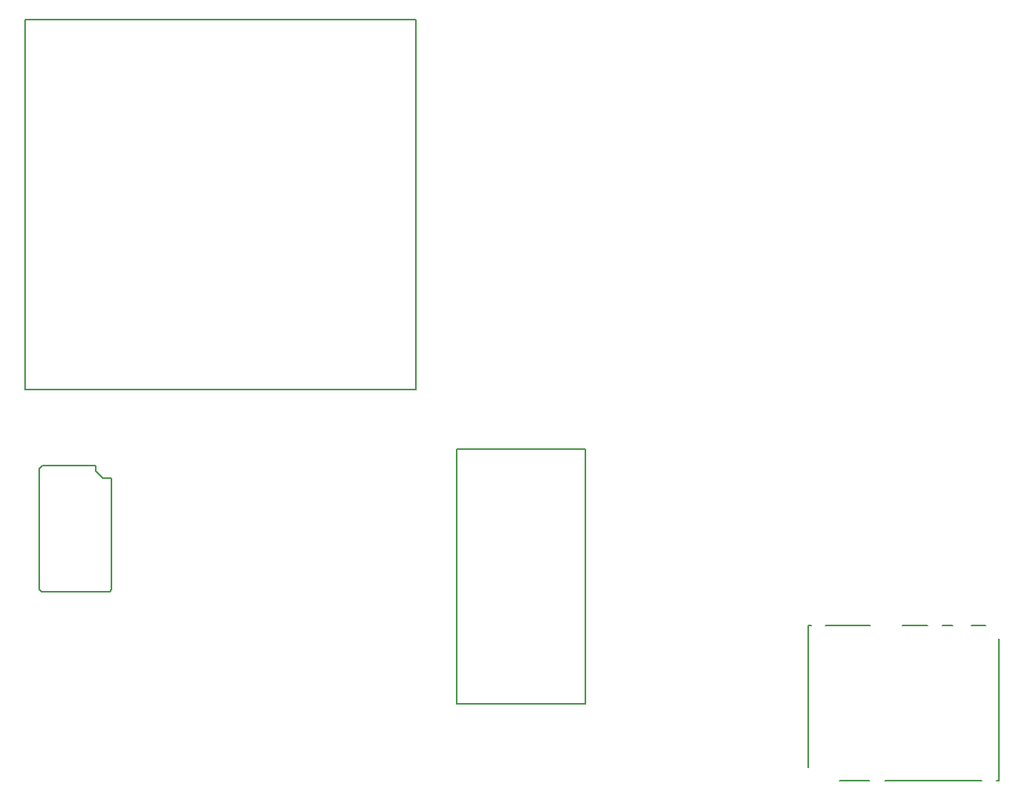
<source format=gbo>
G04 #@! TF.GenerationSoftware,KiCad,Pcbnew,8.0.7-8.0.7-0~ubuntu24.04.1*
G04 #@! TF.CreationDate,2024-12-19T04:57:45+00:00*
G04 #@! TF.ProjectId,z31hellen,7a333168-656c-46c6-956e-2e6b69636164,rev?*
G04 #@! TF.SameCoordinates,Original*
G04 #@! TF.FileFunction,Legend,Bot*
G04 #@! TF.FilePolarity,Positive*
%FSLAX46Y46*%
G04 Gerber Fmt 4.6, Leading zero omitted, Abs format (unit mm)*
G04 Created by KiCad (PCBNEW 8.0.7-8.0.7-0~ubuntu24.04.1) date 2024-12-19 04:57:45*
%MOMM*%
%LPD*%
G01*
G04 APERTURE LIST*
%ADD10C,0.200000*%
G04 APERTURE END LIST*
D10*
G04 #@! TO.C,M1*
X51074998Y107574997D02*
X91875001Y107574997D01*
X51074998Y67674998D02*
X51074998Y107574997D01*
X51074998Y67674998D02*
X93174998Y67674998D01*
X91875001Y107574997D02*
X93175001Y107574997D01*
X93174998Y67674998D02*
X93175001Y107574997D01*
G04 #@! TO.C,M3*
X111500000Y33700000D02*
X97600000Y33700000D01*
X97600000Y61200000D01*
X111500000Y61200000D01*
X111500000Y33700000D01*
G04 #@! TO.C,M4*
X52554890Y59100206D02*
X52916538Y59461854D01*
X52554890Y46038525D02*
X52554890Y59100206D01*
X52554890Y46038525D02*
X52804890Y45788526D01*
X52804890Y45788526D02*
X60155271Y45788526D01*
X52916538Y59461854D02*
X58654888Y59461854D01*
X58654888Y58863145D02*
X58654888Y59461854D01*
X58654888Y58863145D02*
X59404889Y58113144D01*
X59404889Y58113144D02*
X60404890Y58113144D01*
X60155271Y45788526D02*
X60404890Y46038144D01*
X60404890Y46038144D02*
X60404890Y58113144D01*
G04 #@! TO.C,M2*
X135550002Y26850001D02*
X135550000Y42150000D01*
X135849998Y42150000D02*
X135550000Y42150000D01*
X142150000Y25350001D02*
X138949997Y25350001D01*
X142249998Y42149998D02*
X137449998Y42149998D01*
X148450000Y42149998D02*
X145750000Y42149998D01*
X151149998Y42149998D02*
X150049995Y42149998D01*
X154250000Y25350001D02*
X143849998Y25350001D01*
X154700000Y42149998D02*
X153150000Y42150003D01*
X156150000Y25350001D02*
X155850000Y25350001D01*
X156150000Y25350001D02*
X156150000Y40750001D01*
G04 #@! TD*
M02*

</source>
